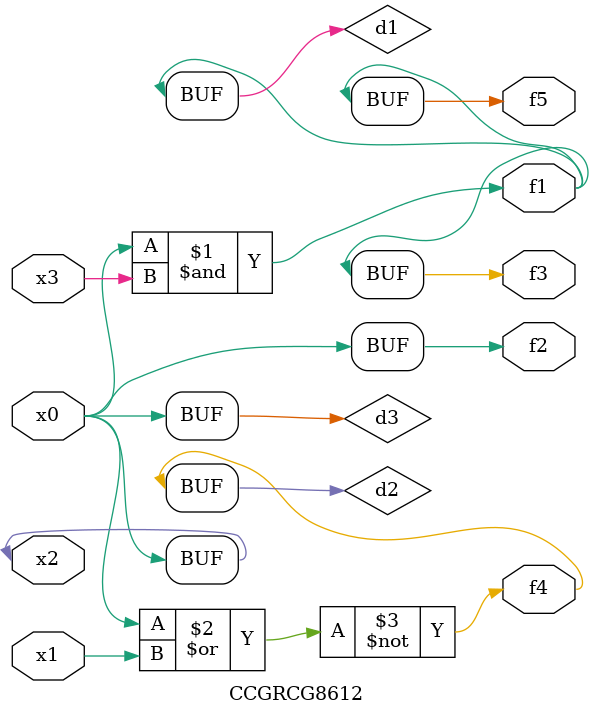
<source format=v>
module CCGRCG8612(
	input x0, x1, x2, x3,
	output f1, f2, f3, f4, f5
);

	wire d1, d2, d3;

	and (d1, x2, x3);
	nor (d2, x0, x1);
	buf (d3, x0, x2);
	assign f1 = d1;
	assign f2 = d3;
	assign f3 = d1;
	assign f4 = d2;
	assign f5 = d1;
endmodule

</source>
